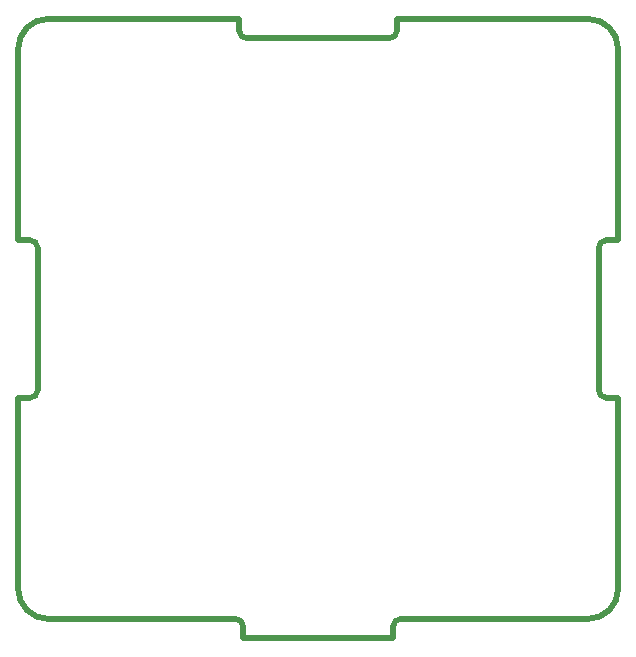
<source format=gbr>
G04 #@! TF.GenerationSoftware,KiCad,Pcbnew,(5.1.2)-1*
G04 #@! TF.CreationDate,2019-05-14T15:03:00-07:00*
G04 #@! TF.ProjectId,1_32 Male,315f3332-204d-4616-9c65-2e6b69636164,rev?*
G04 #@! TF.SameCoordinates,Original*
G04 #@! TF.FileFunction,Profile,NP*
%FSLAX46Y46*%
G04 Gerber Fmt 4.6, Leading zero omitted, Abs format (unit mm)*
G04 Created by KiCad (PCBNEW (5.1.2)-1) date 2019-05-14 15:03:00*
%MOMM*%
%LPD*%
G04 APERTURE LIST*
%ADD10C,0.507740*%
G04 APERTURE END LIST*
D10*
X166370000Y-104470199D02*
X165354000Y-104470199D01*
X134620000Y-124841000D02*
X134620000Y-123825000D01*
X118110000Y-72390000D02*
X134302500Y-72390000D01*
X147320000Y-124841000D02*
X147320000Y-123825000D01*
X115570000Y-104470199D02*
X115570000Y-120650000D01*
X134620000Y-124841000D02*
X147320000Y-124841000D01*
X117221000Y-103835200D02*
G75*
G02X116586000Y-104470200I-635000J0D01*
G01*
X164719001Y-91770199D02*
G75*
G02X165354000Y-91135200I634999J0D01*
G01*
X147637500Y-72390000D02*
X147637500Y-73406000D01*
X164719000Y-103835200D02*
X164719000Y-91770199D01*
X147002500Y-74041000D02*
X134937499Y-74041000D01*
X118110000Y-123190000D02*
G75*
G02X115570000Y-120650000I0J2540000D01*
G01*
X118110000Y-123190000D02*
X133985000Y-123190000D01*
X134302500Y-72390000D02*
X134302500Y-73406000D01*
X147637499Y-73406000D02*
G75*
G02X147002500Y-74040999I-634999J0D01*
G01*
X163830000Y-72390000D02*
G75*
G02X166370000Y-74930000I0J-2540000D01*
G01*
X165354000Y-104470200D02*
G75*
G02X164719000Y-103835200I0J635000D01*
G01*
X134937499Y-74040999D02*
G75*
G02X134302500Y-73406000I0J634999D01*
G01*
X147637500Y-72390000D02*
X163830000Y-72390000D01*
X166370000Y-74930000D02*
X166370000Y-91135200D01*
X115570000Y-91135200D02*
X116586000Y-91135200D01*
X117221000Y-91770199D02*
X117221000Y-103835200D01*
X166370000Y-104470199D02*
X166370000Y-120650000D01*
X133985000Y-123190001D02*
G75*
G02X134619999Y-123825000I0J-634999D01*
G01*
X147954999Y-123190000D02*
X163830000Y-123190000D01*
X147319999Y-123825000D02*
G75*
G02X147954999Y-123190000I635000J0D01*
G01*
X166370000Y-120650000D02*
G75*
G02X163830000Y-123190000I-2540000J0D01*
G01*
X166370000Y-91135200D02*
X165354000Y-91135200D01*
X116586000Y-91135200D02*
G75*
G02X117220999Y-91770199I0J-634999D01*
G01*
X115570000Y-74930000D02*
X115570000Y-91135200D01*
X115570000Y-104470199D02*
X116586000Y-104470199D01*
X115570000Y-74930000D02*
G75*
G02X118110000Y-72390000I2540000J0D01*
G01*
M02*

</source>
